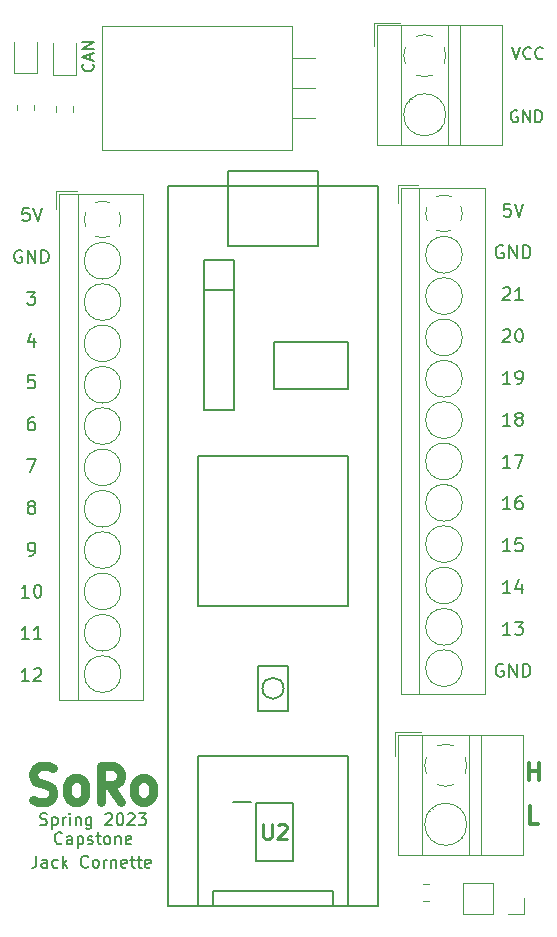
<source format=gbr>
%TF.GenerationSoftware,KiCad,Pcbnew,(6.0.10)*%
%TF.CreationDate,2023-04-10T11:13:22-05:00*%
%TF.ProjectId,lowerArm,6c6f7765-7241-4726-9d2e-6b696361645f,rev?*%
%TF.SameCoordinates,Original*%
%TF.FileFunction,Legend,Top*%
%TF.FilePolarity,Positive*%
%FSLAX46Y46*%
G04 Gerber Fmt 4.6, Leading zero omitted, Abs format (unit mm)*
G04 Created by KiCad (PCBNEW (6.0.10)) date 2023-04-10 11:13:22*
%MOMM*%
%LPD*%
G01*
G04 APERTURE LIST*
%ADD10C,0.150000*%
%ADD11C,0.750000*%
%ADD12C,0.300000*%
%ADD13C,0.254000*%
%ADD14C,0.200000*%
%ADD15C,0.120000*%
G04 APERTURE END LIST*
D10*
X166179666Y-55967380D02*
X166513000Y-56967380D01*
X166846333Y-55967380D01*
X167751095Y-56872142D02*
X167703476Y-56919761D01*
X167560619Y-56967380D01*
X167465380Y-56967380D01*
X167322523Y-56919761D01*
X167227285Y-56824523D01*
X167179666Y-56729285D01*
X167132047Y-56538809D01*
X167132047Y-56395952D01*
X167179666Y-56205476D01*
X167227285Y-56110238D01*
X167322523Y-56015000D01*
X167465380Y-55967380D01*
X167560619Y-55967380D01*
X167703476Y-56015000D01*
X167751095Y-56062619D01*
X168751095Y-56872142D02*
X168703476Y-56919761D01*
X168560619Y-56967380D01*
X168465380Y-56967380D01*
X168322523Y-56919761D01*
X168227285Y-56824523D01*
X168179666Y-56729285D01*
X168132047Y-56538809D01*
X168132047Y-56395952D01*
X168179666Y-56205476D01*
X168227285Y-56110238D01*
X168322523Y-56015000D01*
X168465380Y-55967380D01*
X168560619Y-55967380D01*
X168703476Y-56015000D01*
X168751095Y-56062619D01*
X166033476Y-69197619D02*
X165509666Y-69197619D01*
X165457285Y-69721428D01*
X165509666Y-69669047D01*
X165614428Y-69616666D01*
X165876333Y-69616666D01*
X165981095Y-69669047D01*
X166033476Y-69721428D01*
X166085857Y-69826190D01*
X166085857Y-70088095D01*
X166033476Y-70192857D01*
X165981095Y-70245238D01*
X165876333Y-70297619D01*
X165614428Y-70297619D01*
X165509666Y-70245238D01*
X165457285Y-70192857D01*
X166400142Y-69197619D02*
X166766809Y-70297619D01*
X167133476Y-69197619D01*
X165404904Y-72792000D02*
X165300142Y-72739619D01*
X165143000Y-72739619D01*
X164985857Y-72792000D01*
X164881095Y-72896761D01*
X164828714Y-73001523D01*
X164776333Y-73211047D01*
X164776333Y-73368190D01*
X164828714Y-73577714D01*
X164881095Y-73682476D01*
X164985857Y-73787238D01*
X165143000Y-73839619D01*
X165247761Y-73839619D01*
X165404904Y-73787238D01*
X165457285Y-73734857D01*
X165457285Y-73368190D01*
X165247761Y-73368190D01*
X165928714Y-73839619D02*
X165928714Y-72739619D01*
X166557285Y-73839619D01*
X166557285Y-72739619D01*
X167081095Y-73839619D02*
X167081095Y-72739619D01*
X167343000Y-72739619D01*
X167500142Y-72792000D01*
X167604904Y-72896761D01*
X167657285Y-73001523D01*
X167709666Y-73211047D01*
X167709666Y-73368190D01*
X167657285Y-73577714D01*
X167604904Y-73682476D01*
X167500142Y-73787238D01*
X167343000Y-73839619D01*
X167081095Y-73839619D01*
X165404904Y-76386380D02*
X165457285Y-76334000D01*
X165562047Y-76281619D01*
X165823952Y-76281619D01*
X165928714Y-76334000D01*
X165981095Y-76386380D01*
X166033476Y-76491142D01*
X166033476Y-76595904D01*
X165981095Y-76753047D01*
X165352523Y-77381619D01*
X166033476Y-77381619D01*
X167081095Y-77381619D02*
X166452523Y-77381619D01*
X166766809Y-77381619D02*
X166766809Y-76281619D01*
X166662047Y-76438761D01*
X166557285Y-76543523D01*
X166452523Y-76595904D01*
X165404904Y-79928380D02*
X165457285Y-79876000D01*
X165562047Y-79823619D01*
X165823952Y-79823619D01*
X165928714Y-79876000D01*
X165981095Y-79928380D01*
X166033476Y-80033142D01*
X166033476Y-80137904D01*
X165981095Y-80295047D01*
X165352523Y-80923619D01*
X166033476Y-80923619D01*
X166714428Y-79823619D02*
X166819190Y-79823619D01*
X166923952Y-79876000D01*
X166976333Y-79928380D01*
X167028714Y-80033142D01*
X167081095Y-80242666D01*
X167081095Y-80504571D01*
X167028714Y-80714095D01*
X166976333Y-80818857D01*
X166923952Y-80871238D01*
X166819190Y-80923619D01*
X166714428Y-80923619D01*
X166609666Y-80871238D01*
X166557285Y-80818857D01*
X166504904Y-80714095D01*
X166452523Y-80504571D01*
X166452523Y-80242666D01*
X166504904Y-80033142D01*
X166557285Y-79928380D01*
X166609666Y-79876000D01*
X166714428Y-79823619D01*
X166033476Y-84465619D02*
X165404904Y-84465619D01*
X165719190Y-84465619D02*
X165719190Y-83365619D01*
X165614428Y-83522761D01*
X165509666Y-83627523D01*
X165404904Y-83679904D01*
X166557285Y-84465619D02*
X166766809Y-84465619D01*
X166871571Y-84413238D01*
X166923952Y-84360857D01*
X167028714Y-84203714D01*
X167081095Y-83994190D01*
X167081095Y-83575142D01*
X167028714Y-83470380D01*
X166976333Y-83418000D01*
X166871571Y-83365619D01*
X166662047Y-83365619D01*
X166557285Y-83418000D01*
X166504904Y-83470380D01*
X166452523Y-83575142D01*
X166452523Y-83837047D01*
X166504904Y-83941809D01*
X166557285Y-83994190D01*
X166662047Y-84046571D01*
X166871571Y-84046571D01*
X166976333Y-83994190D01*
X167028714Y-83941809D01*
X167081095Y-83837047D01*
X166033476Y-88007619D02*
X165404904Y-88007619D01*
X165719190Y-88007619D02*
X165719190Y-86907619D01*
X165614428Y-87064761D01*
X165509666Y-87169523D01*
X165404904Y-87221904D01*
X166662047Y-87379047D02*
X166557285Y-87326666D01*
X166504904Y-87274285D01*
X166452523Y-87169523D01*
X166452523Y-87117142D01*
X166504904Y-87012380D01*
X166557285Y-86960000D01*
X166662047Y-86907619D01*
X166871571Y-86907619D01*
X166976333Y-86960000D01*
X167028714Y-87012380D01*
X167081095Y-87117142D01*
X167081095Y-87169523D01*
X167028714Y-87274285D01*
X166976333Y-87326666D01*
X166871571Y-87379047D01*
X166662047Y-87379047D01*
X166557285Y-87431428D01*
X166504904Y-87483809D01*
X166452523Y-87588571D01*
X166452523Y-87798095D01*
X166504904Y-87902857D01*
X166557285Y-87955238D01*
X166662047Y-88007619D01*
X166871571Y-88007619D01*
X166976333Y-87955238D01*
X167028714Y-87902857D01*
X167081095Y-87798095D01*
X167081095Y-87588571D01*
X167028714Y-87483809D01*
X166976333Y-87431428D01*
X166871571Y-87379047D01*
X166033476Y-91549619D02*
X165404904Y-91549619D01*
X165719190Y-91549619D02*
X165719190Y-90449619D01*
X165614428Y-90606761D01*
X165509666Y-90711523D01*
X165404904Y-90763904D01*
X166400142Y-90449619D02*
X167133476Y-90449619D01*
X166662047Y-91549619D01*
X166033476Y-95091619D02*
X165404904Y-95091619D01*
X165719190Y-95091619D02*
X165719190Y-93991619D01*
X165614428Y-94148761D01*
X165509666Y-94253523D01*
X165404904Y-94305904D01*
X166976333Y-93991619D02*
X166766809Y-93991619D01*
X166662047Y-94044000D01*
X166609666Y-94096380D01*
X166504904Y-94253523D01*
X166452523Y-94463047D01*
X166452523Y-94882095D01*
X166504904Y-94986857D01*
X166557285Y-95039238D01*
X166662047Y-95091619D01*
X166871571Y-95091619D01*
X166976333Y-95039238D01*
X167028714Y-94986857D01*
X167081095Y-94882095D01*
X167081095Y-94620190D01*
X167028714Y-94515428D01*
X166976333Y-94463047D01*
X166871571Y-94410666D01*
X166662047Y-94410666D01*
X166557285Y-94463047D01*
X166504904Y-94515428D01*
X166452523Y-94620190D01*
X166033476Y-98633619D02*
X165404904Y-98633619D01*
X165719190Y-98633619D02*
X165719190Y-97533619D01*
X165614428Y-97690761D01*
X165509666Y-97795523D01*
X165404904Y-97847904D01*
X167028714Y-97533619D02*
X166504904Y-97533619D01*
X166452523Y-98057428D01*
X166504904Y-98005047D01*
X166609666Y-97952666D01*
X166871571Y-97952666D01*
X166976333Y-98005047D01*
X167028714Y-98057428D01*
X167081095Y-98162190D01*
X167081095Y-98424095D01*
X167028714Y-98528857D01*
X166976333Y-98581238D01*
X166871571Y-98633619D01*
X166609666Y-98633619D01*
X166504904Y-98581238D01*
X166452523Y-98528857D01*
X166033476Y-102175619D02*
X165404904Y-102175619D01*
X165719190Y-102175619D02*
X165719190Y-101075619D01*
X165614428Y-101232761D01*
X165509666Y-101337523D01*
X165404904Y-101389904D01*
X166976333Y-101442285D02*
X166976333Y-102175619D01*
X166714428Y-101023238D02*
X166452523Y-101808952D01*
X167133476Y-101808952D01*
X166033476Y-105717619D02*
X165404904Y-105717619D01*
X165719190Y-105717619D02*
X165719190Y-104617619D01*
X165614428Y-104774761D01*
X165509666Y-104879523D01*
X165404904Y-104931904D01*
X166400142Y-104617619D02*
X167081095Y-104617619D01*
X166714428Y-105036666D01*
X166871571Y-105036666D01*
X166976333Y-105089047D01*
X167028714Y-105141428D01*
X167081095Y-105246190D01*
X167081095Y-105508095D01*
X167028714Y-105612857D01*
X166976333Y-105665238D01*
X166871571Y-105717619D01*
X166557285Y-105717619D01*
X166452523Y-105665238D01*
X166400142Y-105612857D01*
X165404904Y-108212000D02*
X165300142Y-108159619D01*
X165143000Y-108159619D01*
X164985857Y-108212000D01*
X164881095Y-108316761D01*
X164828714Y-108421523D01*
X164776333Y-108631047D01*
X164776333Y-108788190D01*
X164828714Y-108997714D01*
X164881095Y-109102476D01*
X164985857Y-109207238D01*
X165143000Y-109259619D01*
X165247761Y-109259619D01*
X165404904Y-109207238D01*
X165457285Y-109154857D01*
X165457285Y-108788190D01*
X165247761Y-108788190D01*
X165928714Y-109259619D02*
X165928714Y-108159619D01*
X166557285Y-109259619D01*
X166557285Y-108159619D01*
X167081095Y-109259619D02*
X167081095Y-108159619D01*
X167343000Y-108159619D01*
X167500142Y-108212000D01*
X167604904Y-108316761D01*
X167657285Y-108421523D01*
X167709666Y-108631047D01*
X167709666Y-108788190D01*
X167657285Y-108997714D01*
X167604904Y-109102476D01*
X167500142Y-109207238D01*
X167343000Y-109259619D01*
X167081095Y-109259619D01*
D11*
X125611571Y-119705285D02*
X126040142Y-119848142D01*
X126754428Y-119848142D01*
X127040142Y-119705285D01*
X127183000Y-119562428D01*
X127325857Y-119276714D01*
X127325857Y-118991000D01*
X127183000Y-118705285D01*
X127040142Y-118562428D01*
X126754428Y-118419571D01*
X126183000Y-118276714D01*
X125897285Y-118133857D01*
X125754428Y-117991000D01*
X125611571Y-117705285D01*
X125611571Y-117419571D01*
X125754428Y-117133857D01*
X125897285Y-116991000D01*
X126183000Y-116848142D01*
X126897285Y-116848142D01*
X127325857Y-116991000D01*
X129040142Y-119848142D02*
X128754428Y-119705285D01*
X128611571Y-119562428D01*
X128468714Y-119276714D01*
X128468714Y-118419571D01*
X128611571Y-118133857D01*
X128754428Y-117991000D01*
X129040142Y-117848142D01*
X129468714Y-117848142D01*
X129754428Y-117991000D01*
X129897285Y-118133857D01*
X130040142Y-118419571D01*
X130040142Y-119276714D01*
X129897285Y-119562428D01*
X129754428Y-119705285D01*
X129468714Y-119848142D01*
X129040142Y-119848142D01*
X133040142Y-119848142D02*
X132040142Y-118419571D01*
X131325857Y-119848142D02*
X131325857Y-116848142D01*
X132468714Y-116848142D01*
X132754428Y-116991000D01*
X132897285Y-117133857D01*
X133040142Y-117419571D01*
X133040142Y-117848142D01*
X132897285Y-118133857D01*
X132754428Y-118276714D01*
X132468714Y-118419571D01*
X131325857Y-118419571D01*
X134754428Y-119848142D02*
X134468714Y-119705285D01*
X134325857Y-119562428D01*
X134183000Y-119276714D01*
X134183000Y-118419571D01*
X134325857Y-118133857D01*
X134468714Y-117991000D01*
X134754428Y-117848142D01*
X135183000Y-117848142D01*
X135468714Y-117991000D01*
X135611571Y-118133857D01*
X135754428Y-118419571D01*
X135754428Y-119276714D01*
X135611571Y-119562428D01*
X135468714Y-119705285D01*
X135183000Y-119848142D01*
X134754428Y-119848142D01*
D10*
X125889333Y-124420380D02*
X125889333Y-125134666D01*
X125841714Y-125277523D01*
X125746476Y-125372761D01*
X125603619Y-125420380D01*
X125508380Y-125420380D01*
X126794095Y-125420380D02*
X126794095Y-124896571D01*
X126746476Y-124801333D01*
X126651238Y-124753714D01*
X126460761Y-124753714D01*
X126365523Y-124801333D01*
X126794095Y-125372761D02*
X126698857Y-125420380D01*
X126460761Y-125420380D01*
X126365523Y-125372761D01*
X126317904Y-125277523D01*
X126317904Y-125182285D01*
X126365523Y-125087047D01*
X126460761Y-125039428D01*
X126698857Y-125039428D01*
X126794095Y-124991809D01*
X127698857Y-125372761D02*
X127603619Y-125420380D01*
X127413142Y-125420380D01*
X127317904Y-125372761D01*
X127270285Y-125325142D01*
X127222666Y-125229904D01*
X127222666Y-124944190D01*
X127270285Y-124848952D01*
X127317904Y-124801333D01*
X127413142Y-124753714D01*
X127603619Y-124753714D01*
X127698857Y-124801333D01*
X128127428Y-125420380D02*
X128127428Y-124420380D01*
X128222666Y-125039428D02*
X128508380Y-125420380D01*
X128508380Y-124753714D02*
X128127428Y-125134666D01*
X130270285Y-125325142D02*
X130222666Y-125372761D01*
X130079809Y-125420380D01*
X129984571Y-125420380D01*
X129841714Y-125372761D01*
X129746476Y-125277523D01*
X129698857Y-125182285D01*
X129651238Y-124991809D01*
X129651238Y-124848952D01*
X129698857Y-124658476D01*
X129746476Y-124563238D01*
X129841714Y-124468000D01*
X129984571Y-124420380D01*
X130079809Y-124420380D01*
X130222666Y-124468000D01*
X130270285Y-124515619D01*
X130841714Y-125420380D02*
X130746476Y-125372761D01*
X130698857Y-125325142D01*
X130651238Y-125229904D01*
X130651238Y-124944190D01*
X130698857Y-124848952D01*
X130746476Y-124801333D01*
X130841714Y-124753714D01*
X130984571Y-124753714D01*
X131079809Y-124801333D01*
X131127428Y-124848952D01*
X131175047Y-124944190D01*
X131175047Y-125229904D01*
X131127428Y-125325142D01*
X131079809Y-125372761D01*
X130984571Y-125420380D01*
X130841714Y-125420380D01*
X131603619Y-125420380D02*
X131603619Y-124753714D01*
X131603619Y-124944190D02*
X131651238Y-124848952D01*
X131698857Y-124801333D01*
X131794095Y-124753714D01*
X131889333Y-124753714D01*
X132222666Y-124753714D02*
X132222666Y-125420380D01*
X132222666Y-124848952D02*
X132270285Y-124801333D01*
X132365523Y-124753714D01*
X132508380Y-124753714D01*
X132603619Y-124801333D01*
X132651238Y-124896571D01*
X132651238Y-125420380D01*
X133508380Y-125372761D02*
X133413142Y-125420380D01*
X133222666Y-125420380D01*
X133127428Y-125372761D01*
X133079809Y-125277523D01*
X133079809Y-124896571D01*
X133127428Y-124801333D01*
X133222666Y-124753714D01*
X133413142Y-124753714D01*
X133508380Y-124801333D01*
X133556000Y-124896571D01*
X133556000Y-124991809D01*
X133079809Y-125087047D01*
X133841714Y-124753714D02*
X134222666Y-124753714D01*
X133984571Y-124420380D02*
X133984571Y-125277523D01*
X134032190Y-125372761D01*
X134127428Y-125420380D01*
X134222666Y-125420380D01*
X134413142Y-124753714D02*
X134794095Y-124753714D01*
X134556000Y-124420380D02*
X134556000Y-125277523D01*
X134603619Y-125372761D01*
X134698857Y-125420380D01*
X134794095Y-125420380D01*
X135508380Y-125372761D02*
X135413142Y-125420380D01*
X135222666Y-125420380D01*
X135127428Y-125372761D01*
X135079809Y-125277523D01*
X135079809Y-124896571D01*
X135127428Y-124801333D01*
X135222666Y-124753714D01*
X135413142Y-124753714D01*
X135508380Y-124801333D01*
X135556000Y-124896571D01*
X135556000Y-124991809D01*
X135079809Y-125087047D01*
X166624095Y-61349000D02*
X166528857Y-61301380D01*
X166386000Y-61301380D01*
X166243142Y-61349000D01*
X166147904Y-61444238D01*
X166100285Y-61539476D01*
X166052666Y-61729952D01*
X166052666Y-61872809D01*
X166100285Y-62063285D01*
X166147904Y-62158523D01*
X166243142Y-62253761D01*
X166386000Y-62301380D01*
X166481238Y-62301380D01*
X166624095Y-62253761D01*
X166671714Y-62206142D01*
X166671714Y-61872809D01*
X166481238Y-61872809D01*
X167100285Y-62301380D02*
X167100285Y-61301380D01*
X167671714Y-62301380D01*
X167671714Y-61301380D01*
X168147904Y-62301380D02*
X168147904Y-61301380D01*
X168386000Y-61301380D01*
X168528857Y-61349000D01*
X168624095Y-61444238D01*
X168671714Y-61539476D01*
X168719333Y-61729952D01*
X168719333Y-61872809D01*
X168671714Y-62063285D01*
X168624095Y-62158523D01*
X168528857Y-62253761D01*
X168386000Y-62301380D01*
X168147904Y-62301380D01*
X125266476Y-69578619D02*
X124742666Y-69578619D01*
X124690285Y-70102428D01*
X124742666Y-70050047D01*
X124847428Y-69997666D01*
X125109333Y-69997666D01*
X125214095Y-70050047D01*
X125266476Y-70102428D01*
X125318857Y-70207190D01*
X125318857Y-70469095D01*
X125266476Y-70573857D01*
X125214095Y-70626238D01*
X125109333Y-70678619D01*
X124847428Y-70678619D01*
X124742666Y-70626238D01*
X124690285Y-70573857D01*
X125633142Y-69578619D02*
X125999809Y-70678619D01*
X126366476Y-69578619D01*
X124637904Y-73173000D02*
X124533142Y-73120619D01*
X124376000Y-73120619D01*
X124218857Y-73173000D01*
X124114095Y-73277761D01*
X124061714Y-73382523D01*
X124009333Y-73592047D01*
X124009333Y-73749190D01*
X124061714Y-73958714D01*
X124114095Y-74063476D01*
X124218857Y-74168238D01*
X124376000Y-74220619D01*
X124480761Y-74220619D01*
X124637904Y-74168238D01*
X124690285Y-74115857D01*
X124690285Y-73749190D01*
X124480761Y-73749190D01*
X125161714Y-74220619D02*
X125161714Y-73120619D01*
X125790285Y-74220619D01*
X125790285Y-73120619D01*
X126314095Y-74220619D02*
X126314095Y-73120619D01*
X126576000Y-73120619D01*
X126733142Y-73173000D01*
X126837904Y-73277761D01*
X126890285Y-73382523D01*
X126942666Y-73592047D01*
X126942666Y-73749190D01*
X126890285Y-73958714D01*
X126837904Y-74063476D01*
X126733142Y-74168238D01*
X126576000Y-74220619D01*
X126314095Y-74220619D01*
X125109333Y-76662619D02*
X125790285Y-76662619D01*
X125423619Y-77081666D01*
X125580761Y-77081666D01*
X125685523Y-77134047D01*
X125737904Y-77186428D01*
X125790285Y-77291190D01*
X125790285Y-77553095D01*
X125737904Y-77657857D01*
X125685523Y-77710238D01*
X125580761Y-77762619D01*
X125266476Y-77762619D01*
X125161714Y-77710238D01*
X125109333Y-77657857D01*
X125685523Y-80571285D02*
X125685523Y-81304619D01*
X125423619Y-80152238D02*
X125161714Y-80937952D01*
X125842666Y-80937952D01*
X125737904Y-83746619D02*
X125214095Y-83746619D01*
X125161714Y-84270428D01*
X125214095Y-84218047D01*
X125318857Y-84165666D01*
X125580761Y-84165666D01*
X125685523Y-84218047D01*
X125737904Y-84270428D01*
X125790285Y-84375190D01*
X125790285Y-84637095D01*
X125737904Y-84741857D01*
X125685523Y-84794238D01*
X125580761Y-84846619D01*
X125318857Y-84846619D01*
X125214095Y-84794238D01*
X125161714Y-84741857D01*
X125685523Y-87288619D02*
X125476000Y-87288619D01*
X125371238Y-87341000D01*
X125318857Y-87393380D01*
X125214095Y-87550523D01*
X125161714Y-87760047D01*
X125161714Y-88179095D01*
X125214095Y-88283857D01*
X125266476Y-88336238D01*
X125371238Y-88388619D01*
X125580761Y-88388619D01*
X125685523Y-88336238D01*
X125737904Y-88283857D01*
X125790285Y-88179095D01*
X125790285Y-87917190D01*
X125737904Y-87812428D01*
X125685523Y-87760047D01*
X125580761Y-87707666D01*
X125371238Y-87707666D01*
X125266476Y-87760047D01*
X125214095Y-87812428D01*
X125161714Y-87917190D01*
X125109333Y-90830619D02*
X125842666Y-90830619D01*
X125371238Y-91930619D01*
X125371238Y-94844047D02*
X125266476Y-94791666D01*
X125214095Y-94739285D01*
X125161714Y-94634523D01*
X125161714Y-94582142D01*
X125214095Y-94477380D01*
X125266476Y-94425000D01*
X125371238Y-94372619D01*
X125580761Y-94372619D01*
X125685523Y-94425000D01*
X125737904Y-94477380D01*
X125790285Y-94582142D01*
X125790285Y-94634523D01*
X125737904Y-94739285D01*
X125685523Y-94791666D01*
X125580761Y-94844047D01*
X125371238Y-94844047D01*
X125266476Y-94896428D01*
X125214095Y-94948809D01*
X125161714Y-95053571D01*
X125161714Y-95263095D01*
X125214095Y-95367857D01*
X125266476Y-95420238D01*
X125371238Y-95472619D01*
X125580761Y-95472619D01*
X125685523Y-95420238D01*
X125737904Y-95367857D01*
X125790285Y-95263095D01*
X125790285Y-95053571D01*
X125737904Y-94948809D01*
X125685523Y-94896428D01*
X125580761Y-94844047D01*
X125266476Y-99014619D02*
X125476000Y-99014619D01*
X125580761Y-98962238D01*
X125633142Y-98909857D01*
X125737904Y-98752714D01*
X125790285Y-98543190D01*
X125790285Y-98124142D01*
X125737904Y-98019380D01*
X125685523Y-97967000D01*
X125580761Y-97914619D01*
X125371238Y-97914619D01*
X125266476Y-97967000D01*
X125214095Y-98019380D01*
X125161714Y-98124142D01*
X125161714Y-98386047D01*
X125214095Y-98490809D01*
X125266476Y-98543190D01*
X125371238Y-98595571D01*
X125580761Y-98595571D01*
X125685523Y-98543190D01*
X125737904Y-98490809D01*
X125790285Y-98386047D01*
X125266476Y-102556619D02*
X124637904Y-102556619D01*
X124952190Y-102556619D02*
X124952190Y-101456619D01*
X124847428Y-101613761D01*
X124742666Y-101718523D01*
X124637904Y-101770904D01*
X125947428Y-101456619D02*
X126052190Y-101456619D01*
X126156952Y-101509000D01*
X126209333Y-101561380D01*
X126261714Y-101666142D01*
X126314095Y-101875666D01*
X126314095Y-102137571D01*
X126261714Y-102347095D01*
X126209333Y-102451857D01*
X126156952Y-102504238D01*
X126052190Y-102556619D01*
X125947428Y-102556619D01*
X125842666Y-102504238D01*
X125790285Y-102451857D01*
X125737904Y-102347095D01*
X125685523Y-102137571D01*
X125685523Y-101875666D01*
X125737904Y-101666142D01*
X125790285Y-101561380D01*
X125842666Y-101509000D01*
X125947428Y-101456619D01*
X125266476Y-106098619D02*
X124637904Y-106098619D01*
X124952190Y-106098619D02*
X124952190Y-104998619D01*
X124847428Y-105155761D01*
X124742666Y-105260523D01*
X124637904Y-105312904D01*
X126314095Y-106098619D02*
X125685523Y-106098619D01*
X125999809Y-106098619D02*
X125999809Y-104998619D01*
X125895047Y-105155761D01*
X125790285Y-105260523D01*
X125685523Y-105312904D01*
X125266476Y-109640619D02*
X124637904Y-109640619D01*
X124952190Y-109640619D02*
X124952190Y-108540619D01*
X124847428Y-108697761D01*
X124742666Y-108802523D01*
X124637904Y-108854904D01*
X125685523Y-108645380D02*
X125737904Y-108593000D01*
X125842666Y-108540619D01*
X126104571Y-108540619D01*
X126209333Y-108593000D01*
X126261714Y-108645380D01*
X126314095Y-108750142D01*
X126314095Y-108854904D01*
X126261714Y-109012047D01*
X125633142Y-109640619D01*
X126314095Y-109640619D01*
X126206809Y-121773761D02*
X126349666Y-121821380D01*
X126587761Y-121821380D01*
X126683000Y-121773761D01*
X126730619Y-121726142D01*
X126778238Y-121630904D01*
X126778238Y-121535666D01*
X126730619Y-121440428D01*
X126683000Y-121392809D01*
X126587761Y-121345190D01*
X126397285Y-121297571D01*
X126302047Y-121249952D01*
X126254428Y-121202333D01*
X126206809Y-121107095D01*
X126206809Y-121011857D01*
X126254428Y-120916619D01*
X126302047Y-120869000D01*
X126397285Y-120821380D01*
X126635380Y-120821380D01*
X126778238Y-120869000D01*
X127206809Y-121154714D02*
X127206809Y-122154714D01*
X127206809Y-121202333D02*
X127302047Y-121154714D01*
X127492523Y-121154714D01*
X127587761Y-121202333D01*
X127635380Y-121249952D01*
X127683000Y-121345190D01*
X127683000Y-121630904D01*
X127635380Y-121726142D01*
X127587761Y-121773761D01*
X127492523Y-121821380D01*
X127302047Y-121821380D01*
X127206809Y-121773761D01*
X128111571Y-121821380D02*
X128111571Y-121154714D01*
X128111571Y-121345190D02*
X128159190Y-121249952D01*
X128206809Y-121202333D01*
X128302047Y-121154714D01*
X128397285Y-121154714D01*
X128730619Y-121821380D02*
X128730619Y-121154714D01*
X128730619Y-120821380D02*
X128683000Y-120869000D01*
X128730619Y-120916619D01*
X128778238Y-120869000D01*
X128730619Y-120821380D01*
X128730619Y-120916619D01*
X129206809Y-121154714D02*
X129206809Y-121821380D01*
X129206809Y-121249952D02*
X129254428Y-121202333D01*
X129349666Y-121154714D01*
X129492523Y-121154714D01*
X129587761Y-121202333D01*
X129635380Y-121297571D01*
X129635380Y-121821380D01*
X130540142Y-121154714D02*
X130540142Y-121964238D01*
X130492523Y-122059476D01*
X130444904Y-122107095D01*
X130349666Y-122154714D01*
X130206809Y-122154714D01*
X130111571Y-122107095D01*
X130540142Y-121773761D02*
X130444904Y-121821380D01*
X130254428Y-121821380D01*
X130159190Y-121773761D01*
X130111571Y-121726142D01*
X130063952Y-121630904D01*
X130063952Y-121345190D01*
X130111571Y-121249952D01*
X130159190Y-121202333D01*
X130254428Y-121154714D01*
X130444904Y-121154714D01*
X130540142Y-121202333D01*
X131730619Y-120916619D02*
X131778238Y-120869000D01*
X131873476Y-120821380D01*
X132111571Y-120821380D01*
X132206809Y-120869000D01*
X132254428Y-120916619D01*
X132302047Y-121011857D01*
X132302047Y-121107095D01*
X132254428Y-121249952D01*
X131683000Y-121821380D01*
X132302047Y-121821380D01*
X132921095Y-120821380D02*
X133016333Y-120821380D01*
X133111571Y-120869000D01*
X133159190Y-120916619D01*
X133206809Y-121011857D01*
X133254428Y-121202333D01*
X133254428Y-121440428D01*
X133206809Y-121630904D01*
X133159190Y-121726142D01*
X133111571Y-121773761D01*
X133016333Y-121821380D01*
X132921095Y-121821380D01*
X132825857Y-121773761D01*
X132778238Y-121726142D01*
X132730619Y-121630904D01*
X132683000Y-121440428D01*
X132683000Y-121202333D01*
X132730619Y-121011857D01*
X132778238Y-120916619D01*
X132825857Y-120869000D01*
X132921095Y-120821380D01*
X133635380Y-120916619D02*
X133683000Y-120869000D01*
X133778238Y-120821380D01*
X134016333Y-120821380D01*
X134111571Y-120869000D01*
X134159190Y-120916619D01*
X134206809Y-121011857D01*
X134206809Y-121107095D01*
X134159190Y-121249952D01*
X133587761Y-121821380D01*
X134206809Y-121821380D01*
X134540142Y-120821380D02*
X135159190Y-120821380D01*
X134825857Y-121202333D01*
X134968714Y-121202333D01*
X135063952Y-121249952D01*
X135111571Y-121297571D01*
X135159190Y-121392809D01*
X135159190Y-121630904D01*
X135111571Y-121726142D01*
X135063952Y-121773761D01*
X134968714Y-121821380D01*
X134683000Y-121821380D01*
X134587761Y-121773761D01*
X134540142Y-121726142D01*
X128063952Y-123336142D02*
X128016333Y-123383761D01*
X127873476Y-123431380D01*
X127778238Y-123431380D01*
X127635380Y-123383761D01*
X127540142Y-123288523D01*
X127492523Y-123193285D01*
X127444904Y-123002809D01*
X127444904Y-122859952D01*
X127492523Y-122669476D01*
X127540142Y-122574238D01*
X127635380Y-122479000D01*
X127778238Y-122431380D01*
X127873476Y-122431380D01*
X128016333Y-122479000D01*
X128063952Y-122526619D01*
X128921095Y-123431380D02*
X128921095Y-122907571D01*
X128873476Y-122812333D01*
X128778238Y-122764714D01*
X128587761Y-122764714D01*
X128492523Y-122812333D01*
X128921095Y-123383761D02*
X128825857Y-123431380D01*
X128587761Y-123431380D01*
X128492523Y-123383761D01*
X128444904Y-123288523D01*
X128444904Y-123193285D01*
X128492523Y-123098047D01*
X128587761Y-123050428D01*
X128825857Y-123050428D01*
X128921095Y-123002809D01*
X129397285Y-122764714D02*
X129397285Y-123764714D01*
X129397285Y-122812333D02*
X129492523Y-122764714D01*
X129683000Y-122764714D01*
X129778238Y-122812333D01*
X129825857Y-122859952D01*
X129873476Y-122955190D01*
X129873476Y-123240904D01*
X129825857Y-123336142D01*
X129778238Y-123383761D01*
X129683000Y-123431380D01*
X129492523Y-123431380D01*
X129397285Y-123383761D01*
X130254428Y-123383761D02*
X130349666Y-123431380D01*
X130540142Y-123431380D01*
X130635380Y-123383761D01*
X130683000Y-123288523D01*
X130683000Y-123240904D01*
X130635380Y-123145666D01*
X130540142Y-123098047D01*
X130397285Y-123098047D01*
X130302047Y-123050428D01*
X130254428Y-122955190D01*
X130254428Y-122907571D01*
X130302047Y-122812333D01*
X130397285Y-122764714D01*
X130540142Y-122764714D01*
X130635380Y-122812333D01*
X130968714Y-122764714D02*
X131349666Y-122764714D01*
X131111571Y-122431380D02*
X131111571Y-123288523D01*
X131159190Y-123383761D01*
X131254428Y-123431380D01*
X131349666Y-123431380D01*
X131825857Y-123431380D02*
X131730619Y-123383761D01*
X131683000Y-123336142D01*
X131635380Y-123240904D01*
X131635380Y-122955190D01*
X131683000Y-122859952D01*
X131730619Y-122812333D01*
X131825857Y-122764714D01*
X131968714Y-122764714D01*
X132063952Y-122812333D01*
X132111571Y-122859952D01*
X132159190Y-122955190D01*
X132159190Y-123240904D01*
X132111571Y-123336142D01*
X132063952Y-123383761D01*
X131968714Y-123431380D01*
X131825857Y-123431380D01*
X132587761Y-122764714D02*
X132587761Y-123431380D01*
X132587761Y-122859952D02*
X132635380Y-122812333D01*
X132730619Y-122764714D01*
X132873476Y-122764714D01*
X132968714Y-122812333D01*
X133016333Y-122907571D01*
X133016333Y-123431380D01*
X133873476Y-123383761D02*
X133778238Y-123431380D01*
X133587761Y-123431380D01*
X133492523Y-123383761D01*
X133444904Y-123288523D01*
X133444904Y-122907571D01*
X133492523Y-122812333D01*
X133587761Y-122764714D01*
X133778238Y-122764714D01*
X133873476Y-122812333D01*
X133921095Y-122907571D01*
X133921095Y-123002809D01*
X133444904Y-123098047D01*
D12*
X167592428Y-118026571D02*
X167592428Y-116526571D01*
X167592428Y-117240857D02*
X168449571Y-117240857D01*
X168449571Y-118026571D02*
X168449571Y-116526571D01*
X168358285Y-121709571D02*
X167644000Y-121709571D01*
X167644000Y-120209571D01*
D13*
%TO.C,U2*%
X145082380Y-121732523D02*
X145082380Y-122760619D01*
X145142857Y-122881571D01*
X145203333Y-122942047D01*
X145324285Y-123002523D01*
X145566190Y-123002523D01*
X145687142Y-122942047D01*
X145747619Y-122881571D01*
X145808095Y-122760619D01*
X145808095Y-121732523D01*
X146352380Y-121853476D02*
X146412857Y-121793000D01*
X146533809Y-121732523D01*
X146836190Y-121732523D01*
X146957142Y-121793000D01*
X147017619Y-121853476D01*
X147078095Y-121974428D01*
X147078095Y-122095380D01*
X147017619Y-122276809D01*
X146291904Y-123002523D01*
X147078095Y-123002523D01*
D10*
%TO.C,CAN*%
X130659142Y-57379357D02*
X130706761Y-57426976D01*
X130754380Y-57569833D01*
X130754380Y-57665071D01*
X130706761Y-57807928D01*
X130611523Y-57903166D01*
X130516285Y-57950785D01*
X130325809Y-57998404D01*
X130182952Y-57998404D01*
X129992476Y-57950785D01*
X129897238Y-57903166D01*
X129802000Y-57807928D01*
X129754380Y-57665071D01*
X129754380Y-57569833D01*
X129802000Y-57426976D01*
X129849619Y-57379357D01*
X130468666Y-56998404D02*
X130468666Y-56522214D01*
X130754380Y-57093642D02*
X129754380Y-56760309D01*
X130754380Y-56426976D01*
X130754380Y-56093642D02*
X129754380Y-56093642D01*
X130754380Y-55522214D01*
X129754380Y-55522214D01*
D14*
%TO.C,U2*%
X147650000Y-124878000D02*
X144450000Y-124878000D01*
X144450000Y-124878000D02*
X144450000Y-119978000D01*
X144450000Y-119978000D02*
X147650000Y-119978000D01*
X142575000Y-119848000D02*
X144100000Y-119848000D01*
X147650000Y-119978000D02*
X147650000Y-124878000D01*
D15*
%TO.C,CAN*%
X129230000Y-58318000D02*
X129230000Y-55633000D01*
X127310000Y-55633000D02*
X127310000Y-58318000D01*
X127310000Y-58318000D02*
X129230000Y-58318000D01*
D10*
%TO.C,U3*%
X149733000Y-72771000D02*
X149733000Y-67691000D01*
X146024600Y-80921000D02*
X146024600Y-84921000D01*
X140843000Y-127381000D02*
X140843000Y-128651000D01*
X137033000Y-67691000D02*
X154813000Y-67691000D01*
X140083800Y-86690200D02*
X140083800Y-73990200D01*
X154813000Y-67691000D02*
X154813000Y-128651000D01*
X142113000Y-72771000D02*
X142113000Y-67691000D01*
X152274600Y-84921000D02*
X152274600Y-80921000D01*
X152273000Y-90551000D02*
X139573000Y-90551000D01*
X142113000Y-66421000D02*
X149733000Y-66421000D01*
X151003000Y-128651000D02*
X151003000Y-127381000D01*
X139573000Y-90551000D02*
X139573000Y-103251000D01*
X140083800Y-73990200D02*
X142623800Y-73990200D01*
X154813000Y-128651000D02*
X137033000Y-128651000D01*
X142623800Y-76530200D02*
X140083800Y-76530200D01*
X144653000Y-108331000D02*
X147193000Y-108331000D01*
X146024600Y-84921000D02*
X152274600Y-84921000D01*
X142623800Y-73990200D02*
X142623800Y-76530200D01*
X142113000Y-72771000D02*
X149733000Y-72771000D01*
X152273000Y-128651000D02*
X152273000Y-115951000D01*
X152024600Y-80921000D02*
X146024600Y-80921000D01*
X139573000Y-103251000D02*
X152273000Y-103251000D01*
X137033000Y-128651000D02*
X137033000Y-67691000D01*
X152274600Y-80921000D02*
X152024600Y-80921000D01*
X149733000Y-66421000D02*
X149733000Y-67691000D01*
X147193000Y-108331000D02*
X147193000Y-112141000D01*
X144653000Y-112141000D02*
X144653000Y-108331000D01*
X152273000Y-115951000D02*
X139573000Y-115951000D01*
X139573000Y-115951000D02*
X139573000Y-128651000D01*
X152273000Y-103251000D02*
X152273000Y-90551000D01*
X151003000Y-127381000D02*
X140843000Y-127381000D01*
X147193000Y-112141000D02*
X144653000Y-112141000D01*
X142113000Y-67691000D02*
X142113000Y-66421000D01*
X142623800Y-86690200D02*
X140083800Y-86690200D01*
X142623800Y-73990200D02*
X142623800Y-86690200D01*
X146821026Y-110236000D02*
G75*
G03*
X146821026Y-110236000I-898026J0D01*
G01*
D15*
%TO.C,U1*%
X147545000Y-59436000D02*
X149505000Y-59436000D01*
X131435000Y-64686000D02*
X147545000Y-64686000D01*
X147545000Y-56896000D02*
X149505000Y-56896000D01*
X131435000Y-54186000D02*
X147545000Y-54186000D01*
X131435000Y-64686000D02*
X131435000Y-54186000D01*
X147545000Y-61976000D02*
X149505000Y-61976000D01*
X147545000Y-64686000D02*
X147545000Y-54186000D01*
%TO.C,J1*%
X129395000Y-68379000D02*
X129395000Y-111199000D01*
X134955000Y-68379000D02*
X134955000Y-111199000D01*
X129335000Y-68139000D02*
X127595000Y-68139000D01*
X127595000Y-68139000D02*
X127595000Y-69639000D01*
X134955000Y-111199000D02*
X127835000Y-111199000D01*
X134955000Y-68379000D02*
X127835000Y-68379000D01*
X127835000Y-68379000D02*
X127835000Y-111199000D01*
X130063000Y-69931000D02*
G75*
G03*
X129939507Y-70566011I1431988J-607998D01*
G01*
X132927000Y-71147000D02*
G75*
G03*
X132927109Y-69931258I-1432000J608000D01*
G01*
X130887000Y-71971000D02*
G75*
G03*
X132102742Y-71971109I607999J1432003D01*
G01*
X132103000Y-69107000D02*
G75*
G03*
X130887258Y-69106891I-608000J-1432000D01*
G01*
X129940000Y-70539000D02*
G75*
G03*
X130063615Y-71146587I1555000J0D01*
G01*
X133050000Y-77539000D02*
G75*
G03*
X133050000Y-77539000I-1555000J0D01*
G01*
X133050000Y-98539000D02*
G75*
G03*
X133050000Y-98539000I-1555000J0D01*
G01*
X133050000Y-109039000D02*
G75*
G03*
X133050000Y-109039000I-1555000J0D01*
G01*
X133050000Y-81039000D02*
G75*
G03*
X133050000Y-81039000I-1555000J0D01*
G01*
X133050000Y-105539000D02*
G75*
G03*
X133050000Y-105539000I-1555000J0D01*
G01*
X133050000Y-102039000D02*
G75*
G03*
X133050000Y-102039000I-1555000J0D01*
G01*
X133050000Y-88039000D02*
G75*
G03*
X133050000Y-88039000I-1555000J0D01*
G01*
X133050000Y-84539000D02*
G75*
G03*
X133050000Y-84539000I-1555000J0D01*
G01*
X133050000Y-91539000D02*
G75*
G03*
X133050000Y-91539000I-1555000J0D01*
G01*
X133050000Y-74039000D02*
G75*
G03*
X133050000Y-74039000I-1555000J0D01*
G01*
X133050000Y-95039000D02*
G75*
G03*
X133050000Y-95039000I-1555000J0D01*
G01*
%TO.C,R3*%
X124233000Y-60839936D02*
X124233000Y-61294064D01*
X125703000Y-60839936D02*
X125703000Y-61294064D01*
%TO.C,J2*%
X163860988Y-67870996D02*
X163860988Y-110690996D01*
X163860988Y-110690996D02*
X156740988Y-110690996D01*
X156500988Y-67630996D02*
X156500988Y-69130996D01*
X158240988Y-67630996D02*
X156500988Y-67630996D01*
X156740988Y-67870996D02*
X156740988Y-110690996D01*
X163860988Y-67870996D02*
X156740988Y-67870996D01*
X158300988Y-67870996D02*
X158300988Y-110690996D01*
X161832988Y-70638996D02*
G75*
G03*
X161833097Y-69423254I-1432000J608000D01*
G01*
X158968988Y-69422996D02*
G75*
G03*
X158845495Y-70058007I1431988J-607998D01*
G01*
X161008988Y-68598996D02*
G75*
G03*
X159793246Y-68598887I-608000J-1432000D01*
G01*
X158845988Y-70030996D02*
G75*
G03*
X158969603Y-70638583I1555000J0D01*
G01*
X159792988Y-71462996D02*
G75*
G03*
X161008730Y-71463105I607999J1432003D01*
G01*
X161955988Y-108530996D02*
G75*
G03*
X161955988Y-108530996I-1555000J0D01*
G01*
X161955988Y-105030996D02*
G75*
G03*
X161955988Y-105030996I-1555000J0D01*
G01*
X161955988Y-91030996D02*
G75*
G03*
X161955988Y-91030996I-1555000J0D01*
G01*
X161955988Y-101530996D02*
G75*
G03*
X161955988Y-101530996I-1555000J0D01*
G01*
X161955988Y-80530996D02*
G75*
G03*
X161955988Y-80530996I-1555000J0D01*
G01*
X161955988Y-87530996D02*
G75*
G03*
X161955988Y-87530996I-1555000J0D01*
G01*
X161955988Y-84030996D02*
G75*
G03*
X161955988Y-84030996I-1555000J0D01*
G01*
X161955988Y-94530996D02*
G75*
G03*
X161955988Y-94530996I-1555000J0D01*
G01*
X161955988Y-98030996D02*
G75*
G03*
X161955988Y-98030996I-1555000J0D01*
G01*
X161955988Y-73530996D02*
G75*
G03*
X161955988Y-73530996I-1555000J0D01*
G01*
X161955988Y-77030996D02*
G75*
G03*
X161955988Y-77030996I-1555000J0D01*
G01*
%TO.C,REF\u002A\u002A*%
X164592000Y-126686000D02*
X161992000Y-126686000D01*
X161992000Y-126686000D02*
X161992000Y-129346000D01*
X167192000Y-128016000D02*
X167192000Y-129346000D01*
X164592000Y-126686000D02*
X164592000Y-129346000D01*
X164592000Y-129346000D02*
X161992000Y-129346000D01*
X167192000Y-129346000D02*
X165862000Y-129346000D01*
%TO.C,R3*%
X158649936Y-126773000D02*
X159104064Y-126773000D01*
X158649936Y-128243000D02*
X159104064Y-128243000D01*
X127535000Y-60977936D02*
X127535000Y-61432064D01*
X129005000Y-60977936D02*
X129005000Y-61432064D01*
%TO.C,J3*%
X154470000Y-53882000D02*
X154470000Y-55882000D01*
X165330000Y-64242000D02*
X154710000Y-64242000D01*
X157687000Y-60382000D02*
X157637000Y-60332000D01*
X160120000Y-62815000D02*
X160096000Y-62790000D01*
X156710000Y-53882000D02*
X154470000Y-53882000D01*
X156770000Y-54122000D02*
X156770000Y-64242000D01*
X165330000Y-54122000D02*
X165330000Y-64242000D01*
X154710000Y-54122000D02*
X154710000Y-64242000D01*
X157445000Y-60574000D02*
X157420000Y-60550000D01*
X161770000Y-54122000D02*
X161770000Y-64242000D01*
X165330000Y-54122000D02*
X154710000Y-54122000D01*
X159903000Y-63032000D02*
X159853000Y-62983000D01*
X160770000Y-54122000D02*
X160770000Y-64242000D01*
X158074000Y-58321001D02*
G75*
G03*
X159465516Y-58321206I696000J1639001D01*
G01*
X160409000Y-57378000D02*
G75*
G03*
X160409206Y-55986484I-1638995J696001D01*
G01*
X156990000Y-56682000D02*
G75*
G03*
X157131501Y-57377501I1780002J0D01*
G01*
X159466000Y-55043000D02*
G75*
G03*
X158074484Y-55042794I-696001J-1638995D01*
G01*
X157131000Y-55986000D02*
G75*
G03*
X156989610Y-56712814I1638986J-695998D01*
G01*
X160550000Y-61682000D02*
G75*
G03*
X160550000Y-61682000I-1780000J0D01*
G01*
X161681000Y-123103000D02*
X161631000Y-123054000D01*
X167108000Y-124313000D02*
X156488000Y-124313000D01*
X156488000Y-114193000D02*
X156488000Y-124313000D01*
X167108000Y-114193000D02*
X167108000Y-124313000D01*
X159465000Y-120453000D02*
X159415000Y-120403000D01*
X159223000Y-120645000D02*
X159198000Y-120621000D01*
X167108000Y-114193000D02*
X156488000Y-114193000D01*
X158488000Y-113953000D02*
X156248000Y-113953000D01*
X162548000Y-114193000D02*
X162548000Y-124313000D01*
X161898000Y-122886000D02*
X161874000Y-122861000D01*
X156248000Y-113953000D02*
X156248000Y-115953000D01*
X158548000Y-114193000D02*
X158548000Y-124313000D01*
X163548000Y-114193000D02*
X163548000Y-124313000D01*
X162187000Y-117449000D02*
G75*
G03*
X162187206Y-116057484I-1638995J696001D01*
G01*
X161244000Y-115114000D02*
G75*
G03*
X159852484Y-115113794I-696001J-1638995D01*
G01*
X158768000Y-116753000D02*
G75*
G03*
X158909501Y-117448501I1780002J0D01*
G01*
X159852000Y-118392001D02*
G75*
G03*
X161243516Y-118392206I696000J1639001D01*
G01*
X158909000Y-116057000D02*
G75*
G03*
X158767610Y-116783814I1638986J-695998D01*
G01*
X162328000Y-121753000D02*
G75*
G03*
X162328000Y-121753000I-1780000J0D01*
G01*
%TO.C,REF\u002A\u002A*%
X125928000Y-58180000D02*
X125928000Y-55495000D01*
X124008000Y-55495000D02*
X124008000Y-58180000D01*
X124008000Y-58180000D02*
X125928000Y-58180000D01*
%TD*%
M02*

</source>
